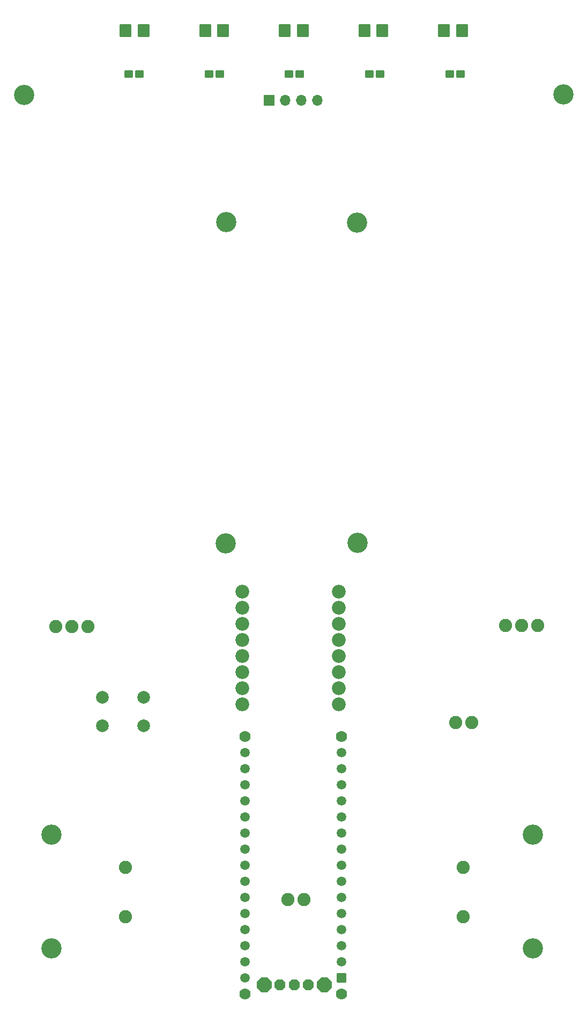
<source format=gbr>
%TF.GenerationSoftware,KiCad,Pcbnew,7.0.7*%
%TF.CreationDate,2024-03-05T14:43:23+08:00*%
%TF.ProjectId,lekirbotv2,6c656b69-7262-46f7-9476-322e6b696361,rev?*%
%TF.SameCoordinates,Original*%
%TF.FileFunction,Soldermask,Top*%
%TF.FilePolarity,Negative*%
%FSLAX46Y46*%
G04 Gerber Fmt 4.6, Leading zero omitted, Abs format (unit mm)*
G04 Created by KiCad (PCBNEW 7.0.7) date 2024-03-05 14:43:23*
%MOMM*%
%LPD*%
G01*
G04 APERTURE LIST*
G04 Aperture macros list*
%AMRoundRect*
0 Rectangle with rounded corners*
0 $1 Rounding radius*
0 $2 $3 $4 $5 $6 $7 $8 $9 X,Y pos of 4 corners*
0 Add a 4 corners polygon primitive as box body*
4,1,4,$2,$3,$4,$5,$6,$7,$8,$9,$2,$3,0*
0 Add four circle primitives for the rounded corners*
1,1,$1+$1,$2,$3*
1,1,$1+$1,$4,$5*
1,1,$1+$1,$6,$7*
1,1,$1+$1,$8,$9*
0 Add four rect primitives between the rounded corners*
20,1,$1+$1,$2,$3,$4,$5,0*
20,1,$1+$1,$4,$5,$6,$7,0*
20,1,$1+$1,$6,$7,$8,$9,0*
20,1,$1+$1,$8,$9,$2,$3,0*%
%AMFreePoly0*
4,1,25,0.375350,0.844196,0.387473,0.833842,0.833842,0.387473,0.862349,0.331525,0.863600,0.315631,0.863600,-0.315631,0.844196,-0.375350,0.833842,-0.387473,0.387473,-0.833842,0.331525,-0.862349,0.315631,-0.863600,-0.315631,-0.863600,-0.375350,-0.844196,-0.387473,-0.833842,-0.833842,-0.387473,-0.862349,-0.331525,-0.863600,-0.315631,-0.863600,0.315631,-0.844196,0.375350,-0.833842,0.387473,
-0.387473,0.833842,-0.331525,0.862349,-0.315631,0.863600,0.315631,0.863600,0.375350,0.844196,0.375350,0.844196,$1*%
%AMFreePoly1*
4,1,25,0.501602,1.148996,0.513725,1.138642,1.138642,0.513725,1.167149,0.457777,1.168400,0.441883,1.168400,-0.441883,1.148996,-0.501602,1.138642,-0.513725,0.513725,-1.138642,0.457777,-1.167149,0.441883,-1.168400,-0.441883,-1.168400,-0.501602,-1.148996,-0.513725,-1.138642,-1.138642,-0.513725,-1.167149,-0.457777,-1.168400,-0.441883,-1.168400,0.441883,-1.148996,0.501602,-1.138642,0.513725,
-0.513725,1.138642,-0.457777,1.167149,-0.441883,1.168400,0.441883,1.168400,0.501602,1.148996,0.501602,1.148996,$1*%
G04 Aperture macros list end*
%ADD10RoundRect,0.101600X-0.550000X-0.500000X0.550000X-0.500000X0.550000X0.500000X-0.550000X0.500000X0*%
%ADD11R,1.700000X1.700000*%
%ADD12O,1.700000X1.700000*%
%ADD13C,3.200000*%
%ADD14C,2.082800*%
%ADD15RoundRect,0.101600X-0.800000X-0.901500X0.800000X-0.901500X0.800000X0.901500X-0.800000X0.901500X0*%
%ADD16C,2.000000*%
%ADD17C,1.778000*%
%ADD18RoundRect,0.101600X0.654000X-0.654000X0.654000X0.654000X-0.654000X0.654000X-0.654000X-0.654000X0*%
%ADD19C,1.511200*%
%ADD20FreePoly0,90.000000*%
%ADD21FreePoly1,90.000000*%
%ADD22C,2.183200*%
G04 APERTURE END LIST*
D10*
%TO.C,R1*%
X117121600Y-42442200D03*
X118821600Y-42442200D03*
%TD*%
%TO.C,R2*%
X104456800Y-42442200D03*
X106156800Y-42442200D03*
%TD*%
D11*
%TO.C,J3*%
X88646400Y-46557000D03*
D12*
X91186400Y-46557000D03*
X93726400Y-46557000D03*
X96266400Y-46557000D03*
%TD*%
D13*
%TO.C,H3*%
X54267100Y-180453451D03*
%TD*%
D14*
%TO.C,J1*%
X131013600Y-129455251D03*
X128473600Y-129455251D03*
X125933600Y-129455251D03*
%TD*%
D15*
%TO.C,D2*%
X103683600Y-35584200D03*
X106527600Y-35584200D03*
%TD*%
D14*
%TO.C,M1A0*%
X65938400Y-167664551D03*
%TD*%
%TO.C,J2*%
X59995200Y-129633051D03*
X57455200Y-129633051D03*
X54915200Y-129633051D03*
%TD*%
D13*
%TO.C,H4*%
X54267100Y-162495651D03*
%TD*%
D15*
%TO.C,D1*%
X116256600Y-35584200D03*
X119100600Y-35584200D03*
%TD*%
D16*
%TO.C,SW1*%
X62334400Y-140804851D03*
X68834400Y-140804851D03*
X62334400Y-145304851D03*
X68834400Y-145304851D03*
%TD*%
D15*
%TO.C,D4*%
X78537600Y-35584200D03*
X81381600Y-35584200D03*
%TD*%
D13*
%TO.C,H5*%
X135077600Y-45642600D03*
%TD*%
D14*
%TO.C,LDR0*%
X118110400Y-144796851D03*
X120650400Y-144796851D03*
%TD*%
%TO.C,BATT0*%
X94107400Y-172736851D03*
X91567400Y-172736851D03*
%TD*%
D15*
%TO.C,D3*%
X91110600Y-35584200D03*
X93954600Y-35584200D03*
%TD*%
D10*
%TO.C,R5*%
X66462200Y-42442200D03*
X68162200Y-42442200D03*
%TD*%
D17*
%TO.C,ARDUINO_NANO1*%
X84836400Y-187646851D03*
X100076400Y-187646851D03*
X84836400Y-147006851D03*
X100076400Y-147006851D03*
D18*
X100076400Y-185106851D03*
D19*
X100076400Y-182566851D03*
X100076400Y-180026851D03*
X100076400Y-177486851D03*
X100076400Y-174946851D03*
X100076400Y-172406851D03*
X100076400Y-169866851D03*
X100076400Y-167326851D03*
X100076400Y-164786851D03*
X100076400Y-162246851D03*
X100076400Y-159706851D03*
X100076400Y-157166851D03*
X100076400Y-154626851D03*
X100076400Y-152086851D03*
X100076400Y-149546851D03*
X84836400Y-149546851D03*
X84836400Y-152086851D03*
X84836400Y-154626851D03*
X84836400Y-157166851D03*
X84836400Y-159706851D03*
X84836400Y-162246851D03*
X84836400Y-164786851D03*
X84836400Y-167326851D03*
X84836400Y-169866851D03*
X84836400Y-172406851D03*
X84836400Y-174946851D03*
X84836400Y-177486851D03*
X84836400Y-180026851D03*
X84836400Y-182566851D03*
X84836400Y-185106851D03*
%TD*%
D13*
%TO.C,H8*%
X81839200Y-65835600D03*
%TD*%
D10*
%TO.C,R3*%
X91791900Y-42442200D03*
X93491900Y-42442200D03*
%TD*%
D20*
%TO.C,S2X0*%
X90360900Y-186198851D03*
X92583400Y-186198851D03*
X94805900Y-186198851D03*
D21*
X87833400Y-186211351D03*
X97333400Y-186186351D03*
%TD*%
D14*
%TO.C,M1B0*%
X65938400Y-175411551D03*
%TD*%
D13*
%TO.C,H10*%
X102591000Y-116425051D03*
%TD*%
%TO.C,H7*%
X102514800Y-65886400D03*
%TD*%
%TO.C,H9*%
X81813800Y-116501251D03*
%TD*%
D14*
%TO.C,M2A0*%
X119278400Y-167664551D03*
%TD*%
%TO.C,M2B0*%
X119278400Y-175411551D03*
%TD*%
D13*
%TO.C,H6*%
X49936800Y-45718800D03*
%TD*%
D22*
%TO.C,U1*%
X99670000Y-141935000D03*
X99670000Y-139395000D03*
X99670000Y-136855000D03*
X99670000Y-134315000D03*
X99670000Y-131775000D03*
X99670000Y-129235000D03*
X99670000Y-126695000D03*
X99670000Y-124155000D03*
X84430000Y-124155000D03*
X84430000Y-126695000D03*
X84430000Y-129235000D03*
X84430000Y-131775000D03*
X84430000Y-134315000D03*
X84430000Y-136855000D03*
X84430000Y-139395000D03*
X84430000Y-141935000D03*
%TD*%
D13*
%TO.C,H1*%
X130289300Y-180453451D03*
%TD*%
D15*
%TO.C,D5*%
X65964600Y-35584200D03*
X68808600Y-35584200D03*
%TD*%
D10*
%TO.C,R4*%
X79127100Y-42442200D03*
X80827100Y-42442200D03*
%TD*%
D13*
%TO.C,H2*%
X130289300Y-162495651D03*
%TD*%
M02*

</source>
